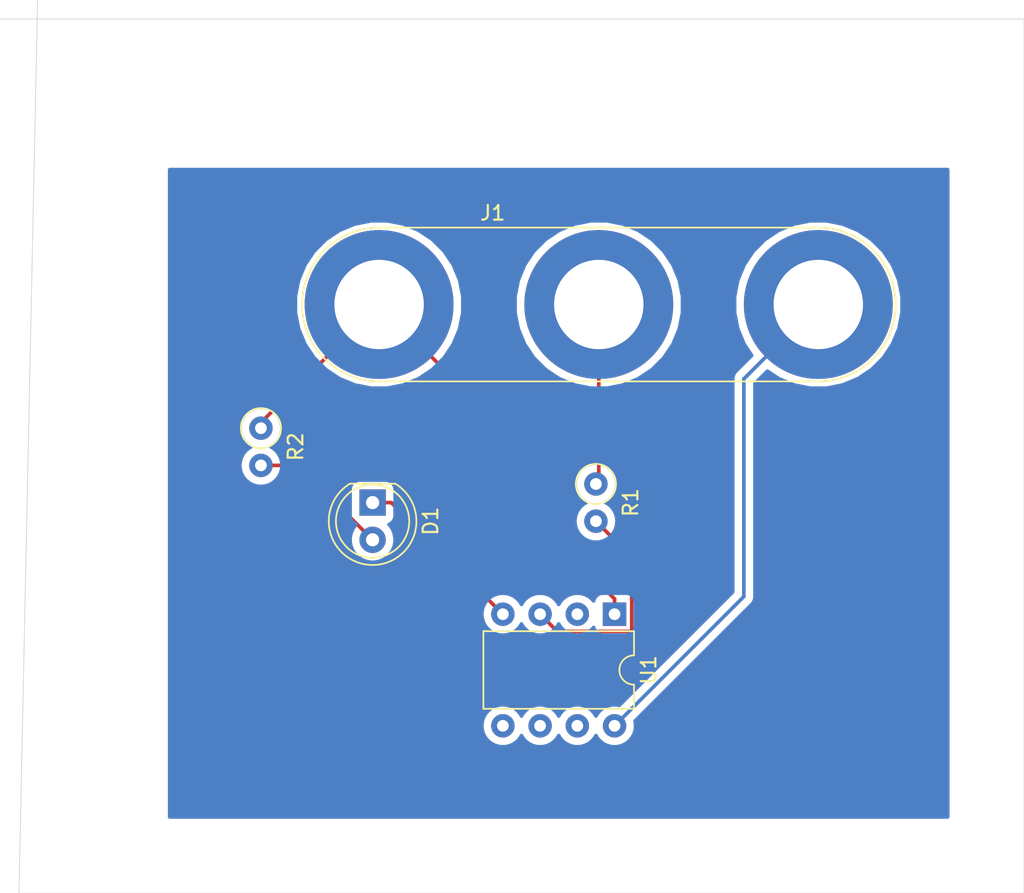
<source format=kicad_pcb>
(kicad_pcb (version 20171130) (host pcbnew "(5.1.4)-1")

  (general
    (thickness 1.6)
    (drawings 4)
    (tracks 22)
    (zones 0)
    (modules 5)
    (nets 11)
  )

  (page A4)
  (title_block
    (title Tutorial1)
  )

  (layers
    (0 F.Cu signal)
    (31 B.Cu signal)
    (32 B.Adhes user)
    (33 F.Adhes user)
    (34 B.Paste user)
    (35 F.Paste user)
    (36 B.SilkS user)
    (37 F.SilkS user)
    (38 B.Mask user)
    (39 F.Mask user)
    (40 Dwgs.User user)
    (41 Cmts.User user)
    (42 Eco1.User user)
    (43 Eco2.User user)
    (44 Edge.Cuts user)
    (45 Margin user)
    (46 B.CrtYd user)
    (47 F.CrtYd user)
    (48 B.Fab user)
    (49 F.Fab user)
  )

  (setup
    (last_trace_width 0.25)
    (trace_clearance 0.25)
    (zone_clearance 0.508)
    (zone_45_only no)
    (trace_min 0.2)
    (via_size 0.8)
    (via_drill 0.4)
    (via_min_size 0.4)
    (via_min_drill 0.3)
    (uvia_size 0.3)
    (uvia_drill 0.1)
    (uvias_allowed no)
    (uvia_min_size 0.2)
    (uvia_min_drill 0.1)
    (edge_width 0.05)
    (segment_width 0.2)
    (pcb_text_width 0.3)
    (pcb_text_size 1.5 1.5)
    (mod_edge_width 0.12)
    (mod_text_size 1 1)
    (mod_text_width 0.15)
    (pad_size 1.524 1.524)
    (pad_drill 0.762)
    (pad_to_mask_clearance 0.051)
    (solder_mask_min_width 0.25)
    (aux_axis_origin 0 0)
    (visible_elements FFFFFF7F)
    (pcbplotparams
      (layerselection 0x010fc_ffffffff)
      (usegerberextensions false)
      (usegerberattributes false)
      (usegerberadvancedattributes false)
      (creategerberjobfile false)
      (excludeedgelayer true)
      (linewidth 0.100000)
      (plotframeref false)
      (viasonmask false)
      (mode 1)
      (useauxorigin false)
      (hpglpennumber 1)
      (hpglpenspeed 20)
      (hpglpendiameter 15.000000)
      (psnegative false)
      (psa4output false)
      (plotreference true)
      (plotvalue true)
      (plotinvisibletext false)
      (padsonsilk false)
      (subtractmaskfromsilk false)
      (outputformat 1)
      (mirror false)
      (drillshape 1)
      (scaleselection 1)
      (outputdirectory ""))
  )

  (net 0 "")
  (net 1 /uCtoLED)
  (net 2 /LEDtoR)
  (net 3 VCC)
  (net 4 GND)
  (net 5 /INPUTtoR)
  (net 6 /INPUT)
  (net 7 "Net-(U1-Pad5)")
  (net 8 "Net-(U1-Pad2)")
  (net 9 "Net-(U1-Pad6)")
  (net 10 "Net-(U1-Pad7)")

  (net_class Default "This is the default net class."
    (clearance 0.25)
    (trace_width 0.25)
    (via_dia 0.8)
    (via_drill 0.4)
    (uvia_dia 0.3)
    (uvia_drill 0.1)
    (add_net /INPUT)
    (add_net /INPUTtoR)
    (add_net /LEDtoR)
    (add_net /uCtoLED)
    (add_net GND)
    (add_net "Net-(U1-Pad2)")
    (add_net "Net-(U1-Pad5)")
    (add_net "Net-(U1-Pad6)")
    (add_net "Net-(U1-Pad7)")
    (add_net VCC)
  )

  (module LED_THT:LED_D5.0mm (layer F.Cu) (tedit 5995936A) (tstamp 5D7CDE22)
    (at 135.89 100.33 270)
    (descr "LED, diameter 5.0mm, 2 pins, http://cdn-reichelt.de/documents/datenblatt/A500/LL-504BC2E-009.pdf")
    (tags "LED diameter 5.0mm 2 pins")
    (path /5D7B67DC)
    (fp_text reference D1 (at 1.27 -3.96 90) (layer F.SilkS)
      (effects (font (size 1 1) (thickness 0.15)))
    )
    (fp_text value LED (at 1.27 3.96 90) (layer F.Fab)
      (effects (font (size 1 1) (thickness 0.15)))
    )
    (fp_text user %R (at 1.25 0 90) (layer F.Fab)
      (effects (font (size 0.8 0.8) (thickness 0.2)))
    )
    (fp_line (start 4.5 -3.25) (end -1.95 -3.25) (layer F.CrtYd) (width 0.05))
    (fp_line (start 4.5 3.25) (end 4.5 -3.25) (layer F.CrtYd) (width 0.05))
    (fp_line (start -1.95 3.25) (end 4.5 3.25) (layer F.CrtYd) (width 0.05))
    (fp_line (start -1.95 -3.25) (end -1.95 3.25) (layer F.CrtYd) (width 0.05))
    (fp_line (start -1.29 -1.545) (end -1.29 1.545) (layer F.SilkS) (width 0.12))
    (fp_line (start -1.23 -1.469694) (end -1.23 1.469694) (layer F.Fab) (width 0.1))
    (fp_circle (center 1.27 0) (end 3.77 0) (layer F.SilkS) (width 0.12))
    (fp_circle (center 1.27 0) (end 3.77 0) (layer F.Fab) (width 0.1))
    (fp_arc (start 1.27 0) (end -1.29 1.54483) (angle -148.9) (layer F.SilkS) (width 0.12))
    (fp_arc (start 1.27 0) (end -1.29 -1.54483) (angle 148.9) (layer F.SilkS) (width 0.12))
    (fp_arc (start 1.27 0) (end -1.23 -1.469694) (angle 299.1) (layer F.Fab) (width 0.1))
    (pad 2 thru_hole circle (at 2.54 0 270) (size 1.8 1.8) (drill 0.9) (layers *.Cu *.Mask)
      (net 2 /LEDtoR))
    (pad 1 thru_hole rect (at 0 0 270) (size 1.8 1.8) (drill 0.9) (layers *.Cu *.Mask)
      (net 1 /uCtoLED))
    (model ${KISYS3DMOD}/LED_THT.3dshapes/LED_D5.0mm.wrl
      (at (xyz 0 0 0))
      (scale (xyz 1 1 1))
      (rotate (xyz 0 0 0))
    )
  )

  (module Connector:Banana_Jack_3Pin (layer F.Cu) (tedit 5A1AB217) (tstamp 5D7CDA00)
    (at 136.335001 86.805001)
    (descr "Triple banana socket, footprint - 3 x 6mm drills")
    (tags "banana socket")
    (path /5D7D0798)
    (fp_text reference J1 (at 7.75 -6.25) (layer F.SilkS)
      (effects (font (size 1 1) (thickness 0.15)))
    )
    (fp_text value MYCONN3 (at 22.5 -6.25) (layer F.Fab)
      (effects (font (size 1 1) (thickness 0.15)))
    )
    (fp_arc (start 0 0) (end 0 5.25) (angle 180) (layer F.SilkS) (width 0.12))
    (fp_arc (start 30 0) (end 30 -5.25) (angle 180) (layer F.SilkS) (width 0.12))
    (fp_arc (start 30 0) (end 30 -5.5) (angle 180) (layer F.CrtYd) (width 0.05))
    (fp_arc (start 0 0) (end 0 5.5) (angle 180) (layer F.CrtYd) (width 0.05))
    (fp_circle (center 0 0) (end 2 0) (layer F.Fab) (width 0.1))
    (fp_circle (center 0 0) (end 4.75 0) (layer F.Fab) (width 0.1))
    (fp_circle (center 15 0) (end 17 0) (layer F.Fab) (width 0.1))
    (fp_circle (center 15 0) (end 19.75 0) (layer F.Fab) (width 0.1))
    (fp_circle (center 30 0) (end 30 -4.75) (layer F.Fab) (width 0.1))
    (fp_circle (center 30 0) (end 30 -2) (layer F.Fab) (width 0.1))
    (fp_line (start 30 -5.25) (end 0 -5.25) (layer F.SilkS) (width 0.12))
    (fp_line (start 0 5.25) (end 30 5.25) (layer F.SilkS) (width 0.12))
    (fp_line (start 0 -5.5) (end 30 -5.5) (layer F.CrtYd) (width 0.05))
    (fp_line (start 30 5.5) (end 0 5.5) (layer F.CrtYd) (width 0.05))
    (fp_text user %R (at 14.99 0) (layer F.Fab)
      (effects (font (size 0.8 0.8) (thickness 0.12)))
    )
    (pad 2 thru_hole circle (at 14.99 0) (size 10.16 10.16) (drill 6.1) (layers *.Cu *.Mask)
      (net 5 /INPUTtoR))
    (pad 3 thru_hole circle (at 29.97 0) (size 10.16 10.16) (drill 6.1) (layers *.Cu *.Mask)
      (net 4 GND))
    (pad 1 thru_hole circle (at 0 0) (size 10.16 10.16) (drill 6.1) (layers *.Cu *.Mask)
      (net 3 VCC))
    (model ${KISYS3DMOD}/Connector.3dshapes/Banana_Jack_3Pin.wrl
      (offset (xyz 14.9999997746626 0 0))
      (scale (xyz 2 2 2))
      (rotate (xyz 0 0 0))
    )
  )

  (module Resistor_THT:R_Axial_DIN0207_L6.3mm_D2.5mm_P2.54mm_Vertical (layer F.Cu) (tedit 5AE5139B) (tstamp 5D7CD8D8)
    (at 151.13 99.06 270)
    (descr "Resistor, Axial_DIN0207 series, Axial, Vertical, pin pitch=2.54mm, 0.25W = 1/4W, length*diameter=6.3*2.5mm^2, http://cdn-reichelt.de/documents/datenblatt/B400/1_4W%23YAG.pdf")
    (tags "Resistor Axial_DIN0207 series Axial Vertical pin pitch 2.54mm 0.25W = 1/4W length 6.3mm diameter 2.5mm")
    (path /5D7B3651)
    (fp_text reference R1 (at 1.27 -2.37 90) (layer F.SilkS)
      (effects (font (size 1 1) (thickness 0.15)))
    )
    (fp_text value 100 (at 1.27 2.37 90) (layer F.Fab)
      (effects (font (size 1 1) (thickness 0.15)))
    )
    (fp_text user %R (at 1.27 -2.37 90) (layer F.Fab)
      (effects (font (size 1 1) (thickness 0.15)))
    )
    (fp_line (start 3.59 -1.5) (end -1.5 -1.5) (layer F.CrtYd) (width 0.05))
    (fp_line (start 3.59 1.5) (end 3.59 -1.5) (layer F.CrtYd) (width 0.05))
    (fp_line (start -1.5 1.5) (end 3.59 1.5) (layer F.CrtYd) (width 0.05))
    (fp_line (start -1.5 -1.5) (end -1.5 1.5) (layer F.CrtYd) (width 0.05))
    (fp_line (start 1.37 0) (end 1.44 0) (layer F.SilkS) (width 0.12))
    (fp_line (start 0 0) (end 2.54 0) (layer F.Fab) (width 0.1))
    (fp_circle (center 0 0) (end 1.37 0) (layer F.SilkS) (width 0.12))
    (fp_circle (center 0 0) (end 1.25 0) (layer F.Fab) (width 0.1))
    (pad 2 thru_hole oval (at 2.54 0 270) (size 1.6 1.6) (drill 0.8) (layers *.Cu *.Mask)
      (net 6 /INPUT))
    (pad 1 thru_hole circle (at 0 0 270) (size 1.6 1.6) (drill 0.8) (layers *.Cu *.Mask)
      (net 5 /INPUTtoR))
    (model ${KISYS3DMOD}/Resistor_THT.3dshapes/R_Axial_DIN0207_L6.3mm_D2.5mm_P2.54mm_Vertical.wrl
      (at (xyz 0 0 0))
      (scale (xyz 1 1 1))
      (rotate (xyz 0 0 0))
    )
  )

  (module Resistor_THT:R_Axial_DIN0207_L6.3mm_D2.5mm_P2.54mm_Vertical (layer F.Cu) (tedit 5AE5139B) (tstamp 5D7CE420)
    (at 128.27 95.25 270)
    (descr "Resistor, Axial_DIN0207 series, Axial, Vertical, pin pitch=2.54mm, 0.25W = 1/4W, length*diameter=6.3*2.5mm^2, http://cdn-reichelt.de/documents/datenblatt/B400/1_4W%23YAG.pdf")
    (tags "Resistor Axial_DIN0207 series Axial Vertical pin pitch 2.54mm 0.25W = 1/4W length 6.3mm diameter 2.5mm")
    (path /5D7B2D06)
    (fp_text reference R2 (at 1.27 -2.37 90) (layer F.SilkS)
      (effects (font (size 1 1) (thickness 0.15)))
    )
    (fp_text value 1k (at 1.27 2.37 90) (layer F.Fab)
      (effects (font (size 1 1) (thickness 0.15)))
    )
    (fp_circle (center 0 0) (end 1.25 0) (layer F.Fab) (width 0.1))
    (fp_circle (center 0 0) (end 1.37 0) (layer F.SilkS) (width 0.12))
    (fp_line (start 0 0) (end 2.54 0) (layer F.Fab) (width 0.1))
    (fp_line (start 1.37 0) (end 1.44 0) (layer F.SilkS) (width 0.12))
    (fp_line (start -1.5 -1.5) (end -1.5 1.5) (layer F.CrtYd) (width 0.05))
    (fp_line (start -1.5 1.5) (end 3.59 1.5) (layer F.CrtYd) (width 0.05))
    (fp_line (start 3.59 1.5) (end 3.59 -1.5) (layer F.CrtYd) (width 0.05))
    (fp_line (start 3.59 -1.5) (end -1.5 -1.5) (layer F.CrtYd) (width 0.05))
    (fp_text user %R (at 1.27 -2.37 90) (layer F.Fab)
      (effects (font (size 1 1) (thickness 0.15)))
    )
    (pad 1 thru_hole circle (at 0 0 270) (size 1.6 1.6) (drill 0.8) (layers *.Cu *.Mask)
      (net 3 VCC))
    (pad 2 thru_hole oval (at 2.54 0 270) (size 1.6 1.6) (drill 0.8) (layers *.Cu *.Mask)
      (net 2 /LEDtoR))
    (model ${KISYS3DMOD}/Resistor_THT.3dshapes/R_Axial_DIN0207_L6.3mm_D2.5mm_P2.54mm_Vertical.wrl
      (at (xyz 0 0 0))
      (scale (xyz 1 1 1))
      (rotate (xyz 0 0 0))
    )
  )

  (module Package_DIP:DIP-8_W7.62mm (layer F.Cu) (tedit 5A02E8C5) (tstamp 5D7CD903)
    (at 152.4 107.95 270)
    (descr "8-lead though-hole mounted DIP package, row spacing 7.62 mm (300 mils)")
    (tags "THT DIP DIL PDIP 2.54mm 7.62mm 300mil")
    (path /5D7B518B)
    (fp_text reference U1 (at 3.81 -2.33 90) (layer F.SilkS)
      (effects (font (size 1 1) (thickness 0.15)))
    )
    (fp_text value PIC12C508A-ISN (at 3.81 9.95 90) (layer F.Fab)
      (effects (font (size 1 1) (thickness 0.15)))
    )
    (fp_text user %R (at 3.81 3.81 90) (layer F.Fab)
      (effects (font (size 1 1) (thickness 0.15)))
    )
    (fp_line (start 8.7 -1.55) (end -1.1 -1.55) (layer F.CrtYd) (width 0.05))
    (fp_line (start 8.7 9.15) (end 8.7 -1.55) (layer F.CrtYd) (width 0.05))
    (fp_line (start -1.1 9.15) (end 8.7 9.15) (layer F.CrtYd) (width 0.05))
    (fp_line (start -1.1 -1.55) (end -1.1 9.15) (layer F.CrtYd) (width 0.05))
    (fp_line (start 6.46 -1.33) (end 4.81 -1.33) (layer F.SilkS) (width 0.12))
    (fp_line (start 6.46 8.95) (end 6.46 -1.33) (layer F.SilkS) (width 0.12))
    (fp_line (start 1.16 8.95) (end 6.46 8.95) (layer F.SilkS) (width 0.12))
    (fp_line (start 1.16 -1.33) (end 1.16 8.95) (layer F.SilkS) (width 0.12))
    (fp_line (start 2.81 -1.33) (end 1.16 -1.33) (layer F.SilkS) (width 0.12))
    (fp_line (start 0.635 -0.27) (end 1.635 -1.27) (layer F.Fab) (width 0.1))
    (fp_line (start 0.635 8.89) (end 0.635 -0.27) (layer F.Fab) (width 0.1))
    (fp_line (start 6.985 8.89) (end 0.635 8.89) (layer F.Fab) (width 0.1))
    (fp_line (start 6.985 -1.27) (end 6.985 8.89) (layer F.Fab) (width 0.1))
    (fp_line (start 1.635 -1.27) (end 6.985 -1.27) (layer F.Fab) (width 0.1))
    (fp_arc (start 3.81 -1.33) (end 2.81 -1.33) (angle -180) (layer F.SilkS) (width 0.12))
    (pad 8 thru_hole oval (at 7.62 0 270) (size 1.6 1.6) (drill 0.8) (layers *.Cu *.Mask)
      (net 4 GND))
    (pad 4 thru_hole oval (at 0 7.62 270) (size 1.6 1.6) (drill 0.8) (layers *.Cu *.Mask)
      (net 1 /uCtoLED))
    (pad 7 thru_hole oval (at 7.62 2.54 270) (size 1.6 1.6) (drill 0.8) (layers *.Cu *.Mask)
      (net 10 "Net-(U1-Pad7)"))
    (pad 3 thru_hole oval (at 0 5.08 270) (size 1.6 1.6) (drill 0.8) (layers *.Cu *.Mask)
      (net 6 /INPUT))
    (pad 6 thru_hole oval (at 7.62 5.08 270) (size 1.6 1.6) (drill 0.8) (layers *.Cu *.Mask)
      (net 9 "Net-(U1-Pad6)"))
    (pad 2 thru_hole oval (at 0 2.54 270) (size 1.6 1.6) (drill 0.8) (layers *.Cu *.Mask)
      (net 8 "Net-(U1-Pad2)"))
    (pad 5 thru_hole oval (at 7.62 7.62 270) (size 1.6 1.6) (drill 0.8) (layers *.Cu *.Mask)
      (net 7 "Net-(U1-Pad5)"))
    (pad 1 thru_hole rect (at 0 0 270) (size 1.6 1.6) (drill 0.8) (layers *.Cu *.Mask)
      (net 3 VCC))
    (model ${KISYS3DMOD}/Package_DIP.3dshapes/DIP-8_W7.62mm.wrl
      (at (xyz 0 0 0))
      (scale (xyz 1 1 1))
      (rotate (xyz 0 0 0))
    )
  )

  (gr_line (start 180.34 67.31) (end 110.49 67.31) (layer Edge.Cuts) (width 0.05))
  (gr_line (start 180.34 127) (end 180.34 67.31) (layer Edge.Cuts) (width 0.05))
  (gr_line (start 111.76 127) (end 180.34 127) (layer Edge.Cuts) (width 0.05))
  (gr_line (start 113.03 66.04) (end 111.76 127) (layer Edge.Cuts) (width 0.05))

  (segment (start 137.16 100.33) (end 144.78 107.95) (width 0.25) (layer F.Cu) (net 1))
  (segment (start 135.89 100.33) (end 137.16 100.33) (width 0.25) (layer F.Cu) (net 1))
  (segment (start 130.81 97.79) (end 135.89 102.87) (width 0.25) (layer F.Cu) (net 2))
  (segment (start 128.27 97.79) (end 130.81 97.79) (width 0.25) (layer F.Cu) (net 2))
  (segment (start 128.27 94.870002) (end 128.27 95.25) (width 0.25) (layer F.Cu) (net 3))
  (segment (start 136.335001 86.805001) (end 128.27 94.870002) (width 0.25) (layer F.Cu) (net 3))
  (segment (start 152.4 106.9) (end 152.4 107.95) (width 0.25) (layer F.Cu) (net 3))
  (segment (start 141.415 95.915) (end 152.4 106.9) (width 0.25) (layer F.Cu) (net 3))
  (segment (start 141.415 91.885) (end 141.415 95.915) (width 0.25) (layer F.Cu) (net 3))
  (segment (start 136.335001 86.805001) (end 141.415 91.885) (width 0.25) (layer F.Cu) (net 3))
  (segment (start 153.199999 114.770001) (end 152.4 115.57) (width 0.25) (layer B.Cu) (net 4))
  (segment (start 161.225002 106.744998) (end 153.199999 114.770001) (width 0.25) (layer B.Cu) (net 4))
  (segment (start 161.225002 91.885) (end 161.225002 106.744998) (width 0.25) (layer B.Cu) (net 4))
  (segment (start 166.305001 86.805001) (end 161.225002 91.885) (width 0.25) (layer B.Cu) (net 4))
  (segment (start 151.325001 98.864999) (end 151.13 99.06) (width 0.25) (layer F.Cu) (net 5))
  (segment (start 151.325001 86.805001) (end 151.325001 98.864999) (width 0.25) (layer F.Cu) (net 5))
  (segment (start 151.929999 102.399999) (end 151.13 101.6) (width 0.25) (layer F.Cu) (net 6))
  (segment (start 153.575001 104.045001) (end 151.929999 102.399999) (width 0.25) (layer F.Cu) (net 6))
  (segment (start 153.575001 109.050001) (end 153.575001 104.045001) (width 0.25) (layer F.Cu) (net 6))
  (segment (start 153.500001 109.125001) (end 153.575001 109.050001) (width 0.25) (layer F.Cu) (net 6))
  (segment (start 148.495001 109.125001) (end 153.500001 109.125001) (width 0.25) (layer F.Cu) (net 6))
  (segment (start 147.32 107.95) (end 148.495001 109.125001) (width 0.25) (layer F.Cu) (net 6))

  (zone (net 0) (net_name "") (layer B.Cu) (tstamp 0) (hatch edge 0.508)
    (connect_pads (clearance 0.508))
    (min_thickness 0.254)
    (fill yes (arc_segments 32) (thermal_gap 0.508) (thermal_bridge_width 0.508))
    (polygon
      (pts
        (xy 121.92 77.47) (xy 175.26 77.47) (xy 175.26 121.92) (xy 121.92 121.92)
      )
    )
    (filled_polygon
      (pts
        (xy 175.133 121.793) (xy 122.047 121.793) (xy 122.047 115.57) (xy 143.338057 115.57) (xy 143.365764 115.851309)
        (xy 143.447818 116.121808) (xy 143.581068 116.371101) (xy 143.760392 116.589608) (xy 143.978899 116.768932) (xy 144.228192 116.902182)
        (xy 144.498691 116.984236) (xy 144.709508 117.005) (xy 144.850492 117.005) (xy 145.061309 116.984236) (xy 145.331808 116.902182)
        (xy 145.581101 116.768932) (xy 145.799608 116.589608) (xy 145.978932 116.371101) (xy 146.05 116.238142) (xy 146.121068 116.371101)
        (xy 146.300392 116.589608) (xy 146.518899 116.768932) (xy 146.768192 116.902182) (xy 147.038691 116.984236) (xy 147.249508 117.005)
        (xy 147.390492 117.005) (xy 147.601309 116.984236) (xy 147.871808 116.902182) (xy 148.121101 116.768932) (xy 148.339608 116.589608)
        (xy 148.518932 116.371101) (xy 148.59 116.238142) (xy 148.661068 116.371101) (xy 148.840392 116.589608) (xy 149.058899 116.768932)
        (xy 149.308192 116.902182) (xy 149.578691 116.984236) (xy 149.789508 117.005) (xy 149.930492 117.005) (xy 150.141309 116.984236)
        (xy 150.411808 116.902182) (xy 150.661101 116.768932) (xy 150.879608 116.589608) (xy 151.058932 116.371101) (xy 151.13 116.238142)
        (xy 151.201068 116.371101) (xy 151.380392 116.589608) (xy 151.598899 116.768932) (xy 151.848192 116.902182) (xy 152.118691 116.984236)
        (xy 152.329508 117.005) (xy 152.470492 117.005) (xy 152.681309 116.984236) (xy 152.951808 116.902182) (xy 153.201101 116.768932)
        (xy 153.419608 116.589608) (xy 153.598932 116.371101) (xy 153.732182 116.121808) (xy 153.814236 115.851309) (xy 153.841943 115.57)
        (xy 153.814236 115.288691) (xy 153.800708 115.244093) (xy 161.736005 107.308797) (xy 161.765003 107.284999) (xy 161.791334 107.252915)
        (xy 161.859976 107.169275) (xy 161.930548 107.037245) (xy 161.934105 107.025518) (xy 161.974005 106.893984) (xy 161.985002 106.782331)
        (xy 161.985002 106.782322) (xy 161.988678 106.744999) (xy 161.985002 106.707676) (xy 161.985002 92.199801) (xy 162.829012 91.355791)
        (xy 163.597934 91.869568) (xy 164.637997 92.300376) (xy 165.742123 92.520001) (xy 166.867879 92.520001) (xy 167.972005 92.300376)
        (xy 169.012068 91.869568) (xy 169.948101 91.244131) (xy 170.744131 90.448101) (xy 171.369568 89.512068) (xy 171.800376 88.472005)
        (xy 172.020001 87.367879) (xy 172.020001 86.242123) (xy 171.800376 85.137997) (xy 171.369568 84.097934) (xy 170.744131 83.161901)
        (xy 169.948101 82.365871) (xy 169.012068 81.740434) (xy 167.972005 81.309626) (xy 166.867879 81.090001) (xy 165.742123 81.090001)
        (xy 164.637997 81.309626) (xy 163.597934 81.740434) (xy 162.661901 82.365871) (xy 161.865871 83.161901) (xy 161.240434 84.097934)
        (xy 160.809626 85.137997) (xy 160.590001 86.242123) (xy 160.590001 87.367879) (xy 160.809626 88.472005) (xy 161.240434 89.512068)
        (xy 161.754211 90.28099) (xy 160.714005 91.321196) (xy 160.685001 91.344999) (xy 160.629873 91.412174) (xy 160.590028 91.460724)
        (xy 160.519457 91.592753) (xy 160.519456 91.592754) (xy 160.475999 91.736015) (xy 160.465002 91.847668) (xy 160.465002 91.847678)
        (xy 160.461326 91.885) (xy 160.465002 91.922322) (xy 160.465003 106.430195) (xy 152.725907 114.169292) (xy 152.681309 114.155764)
        (xy 152.470492 114.135) (xy 152.329508 114.135) (xy 152.118691 114.155764) (xy 151.848192 114.237818) (xy 151.598899 114.371068)
        (xy 151.380392 114.550392) (xy 151.201068 114.768899) (xy 151.13 114.901858) (xy 151.058932 114.768899) (xy 150.879608 114.550392)
        (xy 150.661101 114.371068) (xy 150.411808 114.237818) (xy 150.141309 114.155764) (xy 149.930492 114.135) (xy 149.789508 114.135)
        (xy 149.578691 114.155764) (xy 149.308192 114.237818) (xy 149.058899 114.371068) (xy 148.840392 114.550392) (xy 148.661068 114.768899)
        (xy 148.59 114.901858) (xy 148.518932 114.768899) (xy 148.339608 114.550392) (xy 148.121101 114.371068) (xy 147.871808 114.237818)
        (xy 147.601309 114.155764) (xy 147.390492 114.135) (xy 147.249508 114.135) (xy 147.038691 114.155764) (xy 146.768192 114.237818)
        (xy 146.518899 114.371068) (xy 146.300392 114.550392) (xy 146.121068 114.768899) (xy 146.05 114.901858) (xy 145.978932 114.768899)
        (xy 145.799608 114.550392) (xy 145.581101 114.371068) (xy 145.331808 114.237818) (xy 145.061309 114.155764) (xy 144.850492 114.135)
        (xy 144.709508 114.135) (xy 144.498691 114.155764) (xy 144.228192 114.237818) (xy 143.978899 114.371068) (xy 143.760392 114.550392)
        (xy 143.581068 114.768899) (xy 143.447818 115.018192) (xy 143.365764 115.288691) (xy 143.338057 115.57) (xy 122.047 115.57)
        (xy 122.047 107.95) (xy 143.338057 107.95) (xy 143.365764 108.231309) (xy 143.447818 108.501808) (xy 143.581068 108.751101)
        (xy 143.760392 108.969608) (xy 143.978899 109.148932) (xy 144.228192 109.282182) (xy 144.498691 109.364236) (xy 144.709508 109.385)
        (xy 144.850492 109.385) (xy 145.061309 109.364236) (xy 145.331808 109.282182) (xy 145.581101 109.148932) (xy 145.799608 108.969608)
        (xy 145.978932 108.751101) (xy 146.05 108.618142) (xy 146.121068 108.751101) (xy 146.300392 108.969608) (xy 146.518899 109.148932)
        (xy 146.768192 109.282182) (xy 147.038691 109.364236) (xy 147.249508 109.385) (xy 147.390492 109.385) (xy 147.601309 109.364236)
        (xy 147.871808 109.282182) (xy 148.121101 109.148932) (xy 148.339608 108.969608) (xy 148.518932 108.751101) (xy 148.59 108.618142)
        (xy 148.661068 108.751101) (xy 148.840392 108.969608) (xy 149.058899 109.148932) (xy 149.308192 109.282182) (xy 149.578691 109.364236)
        (xy 149.789508 109.385) (xy 149.930492 109.385) (xy 150.141309 109.364236) (xy 150.411808 109.282182) (xy 150.661101 109.148932)
        (xy 150.879608 108.969608) (xy 150.972419 108.856518) (xy 150.974188 108.874482) (xy 151.010498 108.99418) (xy 151.069463 109.104494)
        (xy 151.148815 109.201185) (xy 151.245506 109.280537) (xy 151.35582 109.339502) (xy 151.475518 109.375812) (xy 151.6 109.388072)
        (xy 153.2 109.388072) (xy 153.324482 109.375812) (xy 153.44418 109.339502) (xy 153.554494 109.280537) (xy 153.651185 109.201185)
        (xy 153.730537 109.104494) (xy 153.789502 108.99418) (xy 153.825812 108.874482) (xy 153.838072 108.75) (xy 153.838072 107.15)
        (xy 153.825812 107.025518) (xy 153.789502 106.90582) (xy 153.730537 106.795506) (xy 153.651185 106.698815) (xy 153.554494 106.619463)
        (xy 153.44418 106.560498) (xy 153.324482 106.524188) (xy 153.2 106.511928) (xy 151.6 106.511928) (xy 151.475518 106.524188)
        (xy 151.35582 106.560498) (xy 151.245506 106.619463) (xy 151.148815 106.698815) (xy 151.069463 106.795506) (xy 151.010498 106.90582)
        (xy 150.974188 107.025518) (xy 150.972419 107.043482) (xy 150.879608 106.930392) (xy 150.661101 106.751068) (xy 150.411808 106.617818)
        (xy 150.141309 106.535764) (xy 149.930492 106.515) (xy 149.789508 106.515) (xy 149.578691 106.535764) (xy 149.308192 106.617818)
        (xy 149.058899 106.751068) (xy 148.840392 106.930392) (xy 148.661068 107.148899) (xy 148.59 107.281858) (xy 148.518932 107.148899)
        (xy 148.339608 106.930392) (xy 148.121101 106.751068) (xy 147.871808 106.617818) (xy 147.601309 106.535764) (xy 147.390492 106.515)
        (xy 147.249508 106.515) (xy 147.038691 106.535764) (xy 146.768192 106.617818) (xy 146.518899 106.751068) (xy 146.300392 106.930392)
        (xy 146.121068 107.148899) (xy 146.05 107.281858) (xy 145.978932 107.148899) (xy 145.799608 106.930392) (xy 145.581101 106.751068)
        (xy 145.331808 106.617818) (xy 145.061309 106.535764) (xy 144.850492 106.515) (xy 144.709508 106.515) (xy 144.498691 106.535764)
        (xy 144.228192 106.617818) (xy 143.978899 106.751068) (xy 143.760392 106.930392) (xy 143.581068 107.148899) (xy 143.447818 107.398192)
        (xy 143.365764 107.668691) (xy 143.338057 107.95) (xy 122.047 107.95) (xy 122.047 99.43) (xy 134.351928 99.43)
        (xy 134.351928 101.23) (xy 134.364188 101.354482) (xy 134.400498 101.47418) (xy 134.459463 101.584494) (xy 134.538815 101.681185)
        (xy 134.635506 101.760537) (xy 134.74582 101.819502) (xy 134.764127 101.825056) (xy 134.697688 101.891495) (xy 134.529701 102.142905)
        (xy 134.413989 102.422257) (xy 134.355 102.718816) (xy 134.355 103.021184) (xy 134.413989 103.317743) (xy 134.529701 103.597095)
        (xy 134.697688 103.848505) (xy 134.911495 104.062312) (xy 135.162905 104.230299) (xy 135.442257 104.346011) (xy 135.738816 104.405)
        (xy 136.041184 104.405) (xy 136.337743 104.346011) (xy 136.617095 104.230299) (xy 136.868505 104.062312) (xy 137.082312 103.848505)
        (xy 137.250299 103.597095) (xy 137.366011 103.317743) (xy 137.425 103.021184) (xy 137.425 102.718816) (xy 137.366011 102.422257)
        (xy 137.250299 102.142905) (xy 137.082312 101.891495) (xy 137.015873 101.825056) (xy 137.03418 101.819502) (xy 137.144494 101.760537)
        (xy 137.241185 101.681185) (xy 137.307811 101.6) (xy 149.688057 101.6) (xy 149.715764 101.881309) (xy 149.797818 102.151808)
        (xy 149.931068 102.401101) (xy 150.110392 102.619608) (xy 150.328899 102.798932) (xy 150.578192 102.932182) (xy 150.848691 103.014236)
        (xy 151.059508 103.035) (xy 151.200492 103.035) (xy 151.411309 103.014236) (xy 151.681808 102.932182) (xy 151.931101 102.798932)
        (xy 152.149608 102.619608) (xy 152.328932 102.401101) (xy 152.462182 102.151808) (xy 152.544236 101.881309) (xy 152.571943 101.6)
        (xy 152.544236 101.318691) (xy 152.462182 101.048192) (xy 152.328932 100.798899) (xy 152.149608 100.580392) (xy 151.931101 100.401068)
        (xy 151.804971 100.33365) (xy 151.809727 100.33168) (xy 152.044759 100.174637) (xy 152.244637 99.974759) (xy 152.40168 99.739727)
        (xy 152.509853 99.478574) (xy 152.565 99.201335) (xy 152.565 98.918665) (xy 152.509853 98.641426) (xy 152.40168 98.380273)
        (xy 152.244637 98.145241) (xy 152.044759 97.945363) (xy 151.809727 97.78832) (xy 151.548574 97.680147) (xy 151.271335 97.625)
        (xy 150.988665 97.625) (xy 150.711426 97.680147) (xy 150.450273 97.78832) (xy 150.215241 97.945363) (xy 150.015363 98.145241)
        (xy 149.85832 98.380273) (xy 149.750147 98.641426) (xy 149.695 98.918665) (xy 149.695 99.201335) (xy 149.750147 99.478574)
        (xy 149.85832 99.739727) (xy 150.015363 99.974759) (xy 150.215241 100.174637) (xy 150.450273 100.33168) (xy 150.455029 100.33365)
        (xy 150.328899 100.401068) (xy 150.110392 100.580392) (xy 149.931068 100.798899) (xy 149.797818 101.048192) (xy 149.715764 101.318691)
        (xy 149.688057 101.6) (xy 137.307811 101.6) (xy 137.320537 101.584494) (xy 137.379502 101.47418) (xy 137.415812 101.354482)
        (xy 137.428072 101.23) (xy 137.428072 99.43) (xy 137.415812 99.305518) (xy 137.379502 99.18582) (xy 137.320537 99.075506)
        (xy 137.241185 98.978815) (xy 137.144494 98.899463) (xy 137.03418 98.840498) (xy 136.914482 98.804188) (xy 136.79 98.791928)
        (xy 134.99 98.791928) (xy 134.865518 98.804188) (xy 134.74582 98.840498) (xy 134.635506 98.899463) (xy 134.538815 98.978815)
        (xy 134.459463 99.075506) (xy 134.400498 99.18582) (xy 134.364188 99.305518) (xy 134.351928 99.43) (xy 122.047 99.43)
        (xy 122.047 97.79) (xy 126.828057 97.79) (xy 126.855764 98.071309) (xy 126.937818 98.341808) (xy 127.071068 98.591101)
        (xy 127.250392 98.809608) (xy 127.468899 98.988932) (xy 127.718192 99.122182) (xy 127.988691 99.204236) (xy 128.199508 99.225)
        (xy 128.340492 99.225) (xy 128.551309 99.204236) (xy 128.821808 99.122182) (xy 129.071101 98.988932) (xy 129.289608 98.809608)
        (xy 129.468932 98.591101) (xy 129.602182 98.341808) (xy 129.684236 98.071309) (xy 129.711943 97.79) (xy 129.684236 97.508691)
        (xy 129.602182 97.238192) (xy 129.468932 96.988899) (xy 129.289608 96.770392) (xy 129.071101 96.591068) (xy 128.944971 96.52365)
        (xy 128.949727 96.52168) (xy 129.184759 96.364637) (xy 129.384637 96.164759) (xy 129.54168 95.929727) (xy 129.649853 95.668574)
        (xy 129.705 95.391335) (xy 129.705 95.108665) (xy 129.649853 94.831426) (xy 129.54168 94.570273) (xy 129.384637 94.335241)
        (xy 129.184759 94.135363) (xy 128.949727 93.97832) (xy 128.688574 93.870147) (xy 128.411335 93.815) (xy 128.128665 93.815)
        (xy 127.851426 93.870147) (xy 127.590273 93.97832) (xy 127.355241 94.135363) (xy 127.155363 94.335241) (xy 126.99832 94.570273)
        (xy 126.890147 94.831426) (xy 126.835 95.108665) (xy 126.835 95.391335) (xy 126.890147 95.668574) (xy 126.99832 95.929727)
        (xy 127.155363 96.164759) (xy 127.355241 96.364637) (xy 127.590273 96.52168) (xy 127.595029 96.52365) (xy 127.468899 96.591068)
        (xy 127.250392 96.770392) (xy 127.071068 96.988899) (xy 126.937818 97.238192) (xy 126.855764 97.508691) (xy 126.828057 97.79)
        (xy 122.047 97.79) (xy 122.047 86.242123) (xy 130.620001 86.242123) (xy 130.620001 87.367879) (xy 130.839626 88.472005)
        (xy 131.270434 89.512068) (xy 131.895871 90.448101) (xy 132.691901 91.244131) (xy 133.627934 91.869568) (xy 134.667997 92.300376)
        (xy 135.772123 92.520001) (xy 136.897879 92.520001) (xy 138.002005 92.300376) (xy 139.042068 91.869568) (xy 139.978101 91.244131)
        (xy 140.774131 90.448101) (xy 141.399568 89.512068) (xy 141.830376 88.472005) (xy 142.050001 87.367879) (xy 142.050001 86.242123)
        (xy 145.610001 86.242123) (xy 145.610001 87.367879) (xy 145.829626 88.472005) (xy 146.260434 89.512068) (xy 146.885871 90.448101)
        (xy 147.681901 91.244131) (xy 148.617934 91.869568) (xy 149.657997 92.300376) (xy 150.762123 92.520001) (xy 151.887879 92.520001)
        (xy 152.992005 92.300376) (xy 154.032068 91.869568) (xy 154.968101 91.244131) (xy 155.764131 90.448101) (xy 156.389568 89.512068)
        (xy 156.820376 88.472005) (xy 157.040001 87.367879) (xy 157.040001 86.242123) (xy 156.820376 85.137997) (xy 156.389568 84.097934)
        (xy 155.764131 83.161901) (xy 154.968101 82.365871) (xy 154.032068 81.740434) (xy 152.992005 81.309626) (xy 151.887879 81.090001)
        (xy 150.762123 81.090001) (xy 149.657997 81.309626) (xy 148.617934 81.740434) (xy 147.681901 82.365871) (xy 146.885871 83.161901)
        (xy 146.260434 84.097934) (xy 145.829626 85.137997) (xy 145.610001 86.242123) (xy 142.050001 86.242123) (xy 141.830376 85.137997)
        (xy 141.399568 84.097934) (xy 140.774131 83.161901) (xy 139.978101 82.365871) (xy 139.042068 81.740434) (xy 138.002005 81.309626)
        (xy 136.897879 81.090001) (xy 135.772123 81.090001) (xy 134.667997 81.309626) (xy 133.627934 81.740434) (xy 132.691901 82.365871)
        (xy 131.895871 83.161901) (xy 131.270434 84.097934) (xy 130.839626 85.137997) (xy 130.620001 86.242123) (xy 122.047 86.242123)
        (xy 122.047 77.597) (xy 175.133 77.597)
      )
    )
  )
)

</source>
